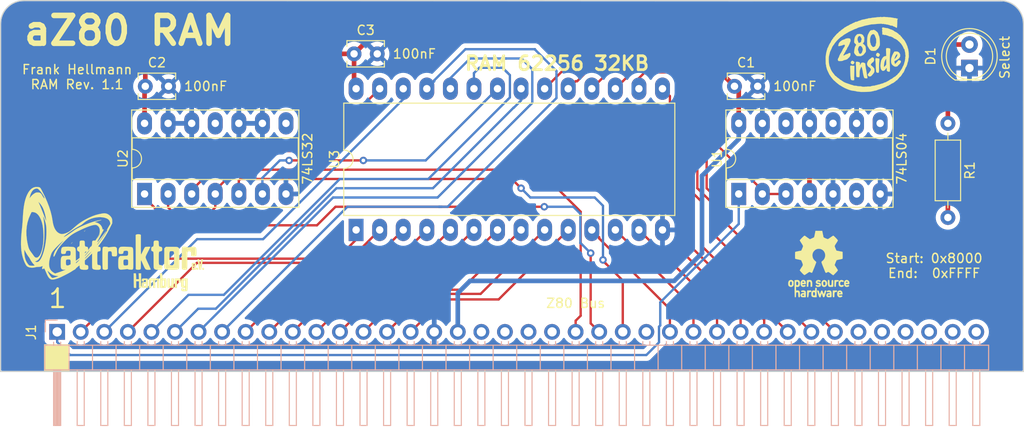
<source format=kicad_pcb>
(kicad_pcb (version 20221018) (generator pcbnew)
  (layers (0 "F.Cu" signal) (31 "B.Cu" signal) (34 "B.Paste" user) (35 "F.Paste" user) (36 "B.SilkS" user "B.Silkscreen") (37 "F.SilkS" user "F.Silkscreen") (38 "B.Mask" user) (39 "F.Mask" user) (44 "Edge.Cuts" user))
  (net 0 "")
  (net 1 "/USR4")
  (net 2 "/USR3")
  (net 3 "/USR2")
  (net 4 "/USR1")
  (net 5 "/RX")
  (net 6 "/TX")
  (net 7 "/D7")
  (net 8 "/D6")
  (net 9 "/D5")
  (net 10 "/D4")
  (net 11 "/D3")
  (net 12 "/D2")
  (net 13 "/D1")
  (net 14 "/D0")
  (net 15 "/IORQ")
  (net 16 "/CLOCK")
  (net 17 "/RESET")
  (net 18 "/M1")
  (net 19 "VCC")
  (net 20 "GND")
  (net 21 "/A0")
  (net 22 "/A1")
  (net 23 "/A2")
  (net 24 "/A3")
  (net 25 "/A4")
  (net 26 "/A5")
  (net 27 "/A6")
  (net 28 "/A7")
  (net 29 "/A8")
  (net 30 "/A9")
  (net 31 "/A10")
  (net 32 "/A11")
  (net 33 "/A12")
  (net 34 "/A13")
  (net 35 "/A14")
  (net 36 "/A15")
  (net 37 "/INT")
  (net 38 "Net-(D1-Pad2)")
  (net 39 "RD")
  (net 40 "WR")
  (net 41 "MREQ")
  (net 42 "Net-(R1-Pad2)")
  (net 43 "Net-(U1-Pad6)")
  (net 44 "Net-(U1-Pad12)")
  (net 45 "Net-(U1-Pad10)")
  (net 46 "Net-(U1-Pad2)")
  (net 47 "Net-(U1-Pad8)")
  (net 48 "Net-(U2-Pad6)")
  (net 49 "Net-(U2-Pad11)")
  (net 50 "Net-(U2-Pad3)")
  (net 51 "Net-(U2-Pad8)")
  (footprint "Backplane:attraktor" (layer "F.Cu") (at 95 100.2)
    (fp_text reference "G***" hide)
    (fp_text value "LOGO" hide)
  )
  (footprint "Backplane:osh_logo" (layer "F.Cu") (at 171.069 102.87)
    (fp_text reference "G***" hide)
    (fp_text value "LOGO" hide)
  )
  (footprint "Backplane:Z80_inside" (layer "F.Cu") (at 176.276 80.01)
    (fp_text reference "G***" hide)
    (fp_text value "LOGO" hide)
  )
  (footprint "Capacitor_THT:C_Disc_D3.8mm_W2.6mm_P2.50mm" (layer "F.Cu") (at 162 83.5)
    (fp_text reference "C1" (at 1.25 -2.55) (layer "F.SilkS"))
    (fp_text value "100nF" (at 6.5 0) (layer "F.SilkS"))
    (pad "1" thru_hole circle (at 0 0) (size 1.6 1.6) (drill 0.8) (layers "*.Cu" "*.Mask") (net 19 "VCC"))
    (pad "2" thru_hole circle (at 2.5 0) (size 1.6 1.6) (drill 0.8) (layers "*.Cu" "*.Mask") (net 20 "GND"))
  )
  (footprint "Capacitor_THT:C_Disc_D3.8mm_W2.6mm_P2.50mm" (layer "F.Cu") (at 98.5 83.5)
    (fp_text reference "C2" (at 1.25 -2.55) (layer "F.SilkS"))
    (fp_text value "100nF" (at 6.5 0) (layer "F.SilkS"))
    (pad "1" thru_hole circle (at 0 0) (size 1.6 1.6) (drill 0.8) (layers "*.Cu" "*.Mask") (net 19 "VCC"))
    (pad "2" thru_hole circle (at 2.5 0) (size 1.6 1.6) (drill 0.8) (layers "*.Cu" "*.Mask") (net 20 "GND"))
  )
  (footprint "Capacitor_THT:C_Disc_D3.8mm_W2.6mm_P2.50mm" (layer "F.Cu") (at 121 80)
    (fp_text reference "C3" (at 1.25 -2.55) (layer "F.SilkS"))
    (fp_text value "100nF" (at 6.5 0) (layer "F.SilkS"))
    (pad "1" thru_hole circle (at 0 0) (size 1.6 1.6) (drill 0.8) (layers "*.Cu" "*.Mask") (net 19 "VCC"))
    (pad "2" thru_hole circle (at 2.5 0) (size 1.6 1.6) (drill 0.8) (layers "*.Cu" "*.Mask") (net 20 "GND"))
  )
  (footprint "LED_THT:LED_D5.0mm" (layer "F.Cu") (at 187.325 81.534 90)
    (fp_text reference "D1" (at 1.27 -4.191 90) (layer "F.SilkS"))
    (fp_text value "Select" (at 1.143 3.81 90) (layer "F.SilkS"))
    (pad "1" thru_hole rect (at 0 0 90) (size 1.8 1.8) (drill 0.9) (layers "*.Cu" "*.Mask") (net 20 "GND"))
    (pad "2" thru_hole circle (at 2.54 0 90) (size 1.8 1.8) (drill 0.9) (layers "*.Cu" "*.Mask") (net 38 "Net-(D1-Pad2)"))
  )
  (footprint "Package_DIP:DIP-14_W7.62mm_Socket_LongPads" (layer "F.Cu") (at 162.46 95.12 90)
    (fp_text reference "U1" (at 3.81 -2.33 90) (layer "F.SilkS"))
    (fp_text value "74LS04" (at 3.81 17.57 90) (layer "F.SilkS"))
    (pad "1" thru_hole rect (at 0 0 90) (size 2.4 1.6) (drill 0.8) (layers "*.Cu" "*.Mask") (net 36 "/A15"))
    (pad "2" thru_hole oval (at 0 2.54 90) (size 2.4 1.6) (drill 0.8) (layers "*.Cu" "*.Mask") (net 46 "Net-(U1-Pad2)"))
    (pad "3" thru_hole oval (at 0 5.08 90) (size 2.4 1.6) (drill 0.8) (layers "*.Cu" "*.Mask") (net 46 "Net-(U1-Pad2)"))
    (pad "4" thru_hole oval (at 0 7.62 90) (size 2.4 1.6) (drill 0.8) (layers "*.Cu" "*.Mask") (net 42 "Net-(R1-Pad2)"))
    (pad "5" thru_hole oval (at 0 10.16 90) (size 2.4 1.6) (drill 0.8) (layers "*.Cu" "*.Mask") (net 20 "GND"))
    (pad "6" thru_hole oval (at 0 12.7 90) (size 2.4 1.6) (drill 0.8) (layers "*.Cu" "*.Mask") (net 43 "Net-(U1-Pad6)"))
    (pad "7" thru_hole oval (at 0 15.24 90) (size 2.4 1.6) (drill 0.8) (layers "*.Cu" "*.Mask") (net 20 "GND"))
    (pad "8" thru_hole oval (at 7.62 15.24 90) (size 2.4 1.6) (drill 0.8) (layers "*.Cu" "*.Mask") (net 47 "Net-(U1-Pad8)"))
    (pad "9" thru_hole oval (at 7.62 12.7 90) (size 2.4 1.6) (drill 0.8) (layers "*.Cu" "*.Mask") (net 20 "GND"))
    (pad "10" thru_hole oval (at 7.62 10.16 90) (size 2.4 1.6) (drill 0.8) (layers "*.Cu" "*.Mask") (net 45 "Net-(U1-Pad10)"))
    (pad "11" thru_hole oval (at 7.62 7.62 90) (size 2.4 1.6) (drill 0.8) (layers "*.Cu" "*.Mask") (net 20 "GND"))
    (pad "12" thru_hole oval (at 7.62 5.08 90) (size 2.4 1.6) (drill 0.8) (layers "*.Cu" "*.Mask") (net 44 "Net-(U1-Pad12)"))
    (pad "13" thru_hole oval (at 7.62 2.54 90) (size 2.4 1.6) (drill 0.8) (layers "*.Cu" "*.Mask") (net 20 "GND"))
    (pad "14" thru_hole oval (at 7.62 0 90) (size 2.4 1.6) (drill 0.8) (layers "*.Cu" "*.Mask") (net 19 "VCC"))
  )
  (footprint "Package_DIP:DIP-14_W7.62mm_Socket_LongPads" (layer "F.Cu") (at 98.42 95.12 90)
    (fp_text reference "U2" (at 3.81 -2.33 90) (layer "F.SilkS"))
    (fp_text value "74LS32" (at 3.81 17.57 90) (layer "F.SilkS"))
    (pad "1" thru_hole rect (at 0 0 90) (size 2.4 1.6) (drill 0.8) (layers "*.Cu" "*.Mask") (net 40 "WR"))
    (pad "2" thru_hole oval (at 0 2.54 90) (size 2.4 1.6) (drill 0.8) (layers "*.Cu" "*.Mask") (net 41 "MREQ"))
    (pad "3" thru_hole oval (at 0 5.08 90) (size 2.4 1.6) (drill 0.8) (layers "*.Cu" "*.Mask") (net 50 "Net-(U2-Pad3)"))
    (pad "4" thru_hole oval (at 0 7.62 90) (size 2.4 1.6) (drill 0.8) (layers "*.Cu" "*.Mask") (net 41 "MREQ"))
    (pad "5" thru_hole oval (at 0 10.16 90) (size 2.4 1.6) (drill 0.8) (layers "*.Cu" "*.Mask") (net 39 "RD"))
    (pad "6" thru_hole oval (at 0 12.7 90) (size 2.4 1.6) (drill 0.8) (layers "*.Cu" "*.Mask") (net 48 "Net-(U2-Pad6)"))
    (pad "7" thru_hole oval (at 0 15.24 90) (size 2.4 1.6) (drill 0.8) (layers "*.Cu" "*.Mask") (net 20 "GND"))
    (pad "8" thru_hole oval (at 7.62 15.24 90) (size 2.4 1.6) (drill 0.8) (layers "*.Cu" "*.Mask") (net 51 "Net-(U2-Pad8)"))
    (pad "9" thru_hole oval (at 7.62 12.7 90) (size 2.4 1.6) (drill 0.8) (layers "*.Cu" "*.Mask") (net 20 "GND"))
    (pad "10" thru_hole oval (at 7.62 10.16 90) (size 2.4 1.6) (drill 0.8) (layers "*.Cu" "*.Mask") (net 20 "GND"))
    (pad "11" thru_hole oval (at 7.62 7.62 90) (size 2.4 1.6) (drill 0.8) (layers "*.Cu" "*.Mask") (net 49 "Net-(U2-Pad11)"))
    (pad "12" thru_hole oval (at 7.62 5.08 90) (size 2.4 1.6) (drill 0.8) (layers "*.Cu" "*.Mask") (net 20 "GND"))
    (pad "13" thru_hole oval (at 7.62 2.54 90) (size 2.4 1.6) (drill 0.8) (layers "*.Cu" "*.Mask") (net 20 "GND"))
    (pad "14" thru_hole oval (at 7.62 0 90) (size 2.4 1.6) (drill 0.8) (layers "*.Cu" "*.Mask") (net 19 "VCC"))
  )
  (footprint "Resistor_THT:R_Axial_DIN0207_L6.3mm_D2.5mm_P10.16mm_Horizontal" (layer "F.Cu") (at 185 87.5 -90)
    (fp_text reference "R1" (at 5.08 -2.37 90) (layer "F.SilkS"))
    (fp_text value "330")
    (pad "1" thru_hole circle (at 0 0 270) (size 1.6 1.6) (drill 0.8) (layers "*.Cu" "*.Mask") (net 38 "Net-(D1-Pad2)"))
    (pad "2" thru_hole oval (at 10.16 0 270) (size 1.6 1.6) (drill 0.8) (layers "*.Cu" "*.Mask") (net 42 "Net-(R1-Pad2)"))
  )
  (footprint "Package_DIP:DIP-28_W15.24mm_LongPads" (layer "F.Cu") (at 121.22 99 90)
    (fp_text reference "U3" (at 7.62 -2.33 90) (layer "F.SilkS"))
    (fp_text value "RAM 62256 32KB" (at 17.974 21.655 180) (layer "F.SilkS") (effects (font (size 1.5 1.5) (thickness 0.3))))
    (pad "1" thru_hole rect (at 0 0 90) (size 2.4 1.6) (drill 0.8) (layers "*.Cu" "*.Mask") (net 35 "/A14"))
    (pad "2" thru_hole oval (at 0 2.54 90) (size 2.4 1.6) (drill 0.8) (layers "*.Cu" "*.Mask") (net 33 "/A12"))
    (pad "3" thru_hole oval (at 0 5.08 90) (size 2.4 1.6) (drill 0.8) (layers "*.Cu" "*.Mask") (net 28 "/A7"))
    (pad "4" thru_hole oval (at 0 7.62 90) (size 2.4 1.6) (drill 0.8) (layers "*.Cu" "*.Mask") (net 27 "/A6"))
    (pad "5" thru_hole oval (at 0 10.16 90) (size 2.4 1.6) (drill 0.8) (layers "*.Cu" "*.Mask") (net 26 "/A5"))
    (pad "6" thru_hole oval (at 0 12.7 90) (size 2.4 1.6) (drill 0.8) (layers "*.Cu" "*.Mask") (net 25 "/A4"))
    (pad "7" thru_hole oval (at 0 15.24 90) (size 2.4 1.6) (drill 0.8) (layers "*.Cu" "*.Mask") (net 24 "/A3"))
    (pad "8" thru_hole oval (at 0 17.78 90) (size 2.4 1.6) (drill 0.8) (layers "*.Cu" "*.Mask") (net 23 "/A2"))
    (pad "9" thru_hole oval (at 0 20.32 90) (size 2.4 1.6) (drill 0.8) (layers "*.Cu" "*.Mask") (net 22 "/A1"))
    (pad "10" thru_hole oval (at 0 22.86 90) (size 2.4 1.6) (drill 0.8) (layers "*.Cu" "*.Mask") (net 21 "/A0"))
    (pad "11" thru_hole oval (at 0 25.4 90) (size 2.4 1.6) (drill 0.8) (layers "*.Cu" "*.Mask") (net 14 "/D0"))
    (pad "12" thru_hole oval (at 0 27.94 90) (size 2.4 1.6) (drill 0.8) (layers "*.Cu" "*.Mask") (net 13 "/D1"))
    (pad "13" thru_hole oval (at 0 30.48 90) (size 2.4 1.6) (drill 0.8) (layers "*.Cu" "*.Mask") (net 12 "/D2"))
    (pad "14" thru_hole oval (at 0 33.02 90) (size 2.4 1.6) (drill 0.8) (layers "*.Cu" "*.Mask") (net 20 "GND"))
    (pad "15" thru_hole oval (at 15.24 33.02 90) (size 2.4 1.6) (drill 0.8) (layers "*.Cu" "*.Mask") (net 11 "/D3"))
    (pad "16" thru_hole oval (at 15.24 30.48 90) (size 2.4 1.6) (drill 0.8) (layers "*.Cu" "*.Mask") (net 10 "/D4"))
    (pad "17" thru_hole oval (at 15.24 27.94 90) (size 2.4 1.6) (drill 0.8) (layers "*.Cu" "*.Mask") (net 9 "/D5"))
    (pad "18" thru_hole oval (at 15.24 25.4 90) (size 2.4 1.6) (drill 0.8) (layers "*.Cu" "*.Mask") (net 8 "/D6"))
    (pad "19" thru_hole oval (at 15.24 22.86 90) (size 2.4 1.6) (drill 0.8) (layers "*.Cu" "*.Mask") (net 7 "/D7"))
    (pad "20" thru_hole oval (at 15.24 20.32 90) (size 2.4 1.6) (drill 0.8) (layers "*.Cu" "*.Mask") (net 46 "Net-(U1-Pad2)"))
    (pad "21" thru_hole oval (at 15.24 17.78 90) (size 2.4 1.6) (drill 0.8) (layers "*.Cu" "*.Mask") (net 31 "/A10"))
    (pad "22" thru_hole oval (at 15.24 15.24 90) (size 2.4 1.6) (drill 0.8) (layers "*.Cu" "*.Mask") (net 48 "Net-(U2-Pad6)"))
    (pad "23" thru_hole oval (at 15.24 12.7 90) (size 2.4 1.6) (drill 0.8) (layers "*.Cu" "*.Mask") (net 32 "/A11"))
    (pad "24" thru_hole oval (at 15.24 10.16 90) (size 2.4 1.6) (drill 0.8) (layers "*.Cu" "*.Mask") (net 30 "/A9"))
    (pad "25" thru_hole oval (at 15.24 7.62 90) (size 2.4 1.6) (drill 0.8) (layers "*.Cu" "*.Mask") (net 29 "/A8"))
    (pad "26" thru_hole oval (at 15.24 5.08 90) (size 2.4 1.6) (drill 0.8) (layers "*.Cu" "*.Mask") (net 34 "/A13"))
    (pad "27" thru_hole oval (at 15.24 2.54 90) (size 2.4 1.6) (drill 0.8) (layers "*.Cu" "*.Mask") (net 50 "Net-(U2-Pad3)"))
    (pad "28" thru_hole oval (at 15.24 0 90) (size 2.4 1.6) (drill 0.8) (layers "*.Cu" "*.Mask") (net 19 "VCC"))
  )
  (footprint "Connector_PinHeader_2.54mm:PinHeader_1x40_P2.54mm_Horizontal" (layer "B.Cu") (at 89 110 -90)
    (fp_text reference "J1" (at 0.05 2.8 90) (layer "F.SilkS"))
    (fp_text value "Z80 Bus" (at -3.09 -55.88) (layer "F.SilkS"))
    (pad "1" thru_hole rect (at 0 0 270) (size 1.7 1.7) (drill 1) (layers "*.Cu" "*.Mask") (net 36 "/A15"))
    (pad "2" thru_hole oval (at 0 -2.54 270) (size 1.7 1.7) (drill 1) (layers "*.Cu" "*.Mask") (net 35 "/A14"))
    (pad "3" thru_hole oval (at 0 -5.08 270) (size 1.7 1.7) (drill 1) (layers "*.Cu" "*.Mask") (net 34 "/A13"))
    (pad "4" thru_hole oval (at 0 -7.62 270) (size 1.7 1.7) (drill 1) (layers "*.Cu" "*.Mask") (net 33 "/A12"))
    (pad "5" thru_hole oval (at 0 -10.16 270) (size 1.7 1.7) (drill 1) (layers "*.Cu" "*.Mask") (net 32 "/A11"))
    (pad "6" thru_hole oval (at 0 -12.7 270) (size 1.7 1.7) (drill 1) (layers "*.Cu" "*.Mask") (net 31 "/A10"))
    (pad "7" thru_hole oval (at 0 -15.24 270) (size 1.7 1.7) (drill 1) (layers "*.Cu" "*.Mask") (net 30 "/A9"))
    (pad "8" thru_hole oval (at 0 -17.78 270) (size 1.7 1.7) (drill 1) (layers "*.Cu" "*.Mask") (net 29 "/A8"))
    (pad "9" thru_hole oval (at 0 -20.32 270) (size 1.7 1.7) (drill 1) (layers "*.Cu" "*.Mask") (net 28 "/A7"))
    (pad "10" thru_hole oval (at 0 -22.86 270) (size 1.7 1.7) (drill 1) (layers "*.Cu" "*.Mask") (net 27 "/A6"))
    (pad "11" thru_hole oval (at 0 -25.4 270) (size 1.7 1.7) (drill 1) (layers "*.Cu" "*.Mask") (net 26 "/A5"))
    (pad "12" thru_hole oval (at 0 -27.94 270) (size 1.7 1.7) (drill 1) (layers "*.Cu" "*.Mask") (net 25 "/A4"))
    (pad "13" thru_hole oval (at 0 -30.48 270) (size 1.7 1.7) (drill 1) (layers "*.Cu" "*.Mask") (net 24 "/A3"))
    (pad "14" thru_hole oval (at 0 -33.02 270) (size 1.7 1.7) (drill 1) (layers "*.Cu" "*.Mask") (net 23 "/A2"))
    (pad "15" thru_hole oval (at 0 -35.56 270) (size 1.7 1.7) (drill 1) (layers "*.Cu" "*.Mask") (net 22 "/A1"))
    (pad "16" thru_hole oval (at 0 -38.1 270) (size 1.7 1.7) (drill 1) (layers "*.Cu" "*.Mask") (net 21 "/A0"))
    (pad "17" thru_hole oval (at 0 -40.64 270) (size 1.7 1.7) (drill 1) (layers "*.Cu" "*.Mask") (net 20 "GND"))
    (pad "18" thru_hole oval (at 0 -43.18 270) (size 1.7 1.7) (drill 1) (layers "*.Cu" "*.Mask") (net 19 "VCC"))
    (pad "19" thru_hole oval (at 0 -45.72 270) (size 1.7 1.7) (drill 1) (layers "*.Cu" "*.Mask") (net 18 "/M1"))
    (pad "20" thru_hole oval (at 0 -48.26 270) (size 1.7 1.7) (drill 1) (layers "*.Cu" "*.Mask") (net 17 "/RESET"))
    (pad "21" thru_hole oval (at 0 -50.8 270) (size 1.7 1.7) (drill 1) (layers "*.Cu" "*.Mask") (net 16 "/CLOCK"))
    (pad "22" thru_hole oval (at 0 -53.34 270) (size 1.7 1.7) (drill 1) (layers "*.Cu" "*.Mask") (net 37 "/INT"))
    (pad "23" thru_hole oval (at 0 -55.88 270) (size 1.7 1.7) (drill 1) (layers "*.Cu" "*.Mask") (net 41 "MREQ"))
    (pad "24" thru_hole oval (at 0 -58.42 270) (size 1.7 1.7) (drill 1) (layers "*.Cu" "*.Mask") (net 40 "WR"))
    (pad "25" thru_hole oval (at 0 -60.96 270) (size 1.7 1.7) (drill 1) (layers "*.Cu" "*.Mask") (net 39 "RD"))
    (pad "26" thru_hole oval (at 0 -63.5 270) (size 1.7 1.7) (drill 1) (layers "*.Cu" "*.Mask") (net 15 "/IORQ"))
    (pad "27" thru_hole oval (at 0 -66.04 270) (size 1.7 1.7) (drill 1) (layers "*.Cu" "*.Mask") (net 14 "/D0"))
    (pad "28" thru_hole oval (at 0 -68.58 270) (size 1.7 1.7) (drill 1) (layers "*.Cu" "*.Mask") (net 13 "/D1"))
    (pad "29" thru_hole oval (at 0 -71.12 270) (size 1.7 1.7) (drill 1) (layers "*.Cu" "*.Mask") (net 12 "/D2"))
    (pad "30" thru_hole oval (at 0 -73.66 270) (size 1.7 1.7) (drill 1) (layers "*.Cu" "*.Mask") (net 11 "/D3"))
    (pad "31" thru_hole oval (at 0 -76.2 270) (size 1.7 1.7) (drill 1) (layers "*.Cu" "*.Mask") (net 10 "/D4"))
    (pad "32" thru_hole oval (at 0 -78.74 270) (size 1.7 1.7) (drill 1) (layers "*.Cu" "*.Mask") (net 9 "/D5"))
    (pad "33" thru_hole oval (at 0 -81.28 270) (size 1.7 1.7) (drill 1) (layers "*.Cu" "*.Mask") (net 8 "/D6"))
    (pad "34" thru_hole oval (at 0 -83.82 270) (size 1.7 1.7) (drill 1) (layers "*.Cu" "*.Mask") (net 7 "/D7"))
    (pad "35" thru_hole oval (at 0 -86.36 270) (size 1.7 1.7) (drill 1) (layers "*.Cu" "*.Mask") (net 6 "/TX"))
    (pad "36" thru_hole oval (at 0 -88.9 270) (size 1.7 1.7) (drill 1) (layers "*.Cu" "*.Mask") (net 5 "/RX"))
    (pad "37" thru_hole oval (at 0 -91.44 270) (size 1.7 1.7) (drill 1) (layers "*.Cu" "*.Mask") (net 4 "/USR1"))
    (pad "38" thru_hole oval (at 0 -93.98 270) (size 1.7 1.7) (drill 1) (layers "*.Cu" "*.Mask") (net 3 "/USR2"))
    (pad "39" thru_hole oval (at 0 -96.52 270) (size 1.7 1.7) (drill 1) (layers "*.Cu" "*.Mask") (net 2 "/USR3"))
    (pad "40" thru_hole oval (at 0 -99.06 270) (size 1.7 1.7) (drill 1) (layers "*.Cu" "*.Mask") (net 1 "/USR4"))
  )
  (gr_poly (pts (xy 87.63 111.379) (xy 90.297 111.379) (xy 90.297 114.173) (xy 87.63 114.173)) (stroke (width 0.1)) (fill solid) (layer "F.SilkS"))
  (gr_arc (start 82.9 76.75) (mid 83.632233 74.982233) (end 85.4 74.25) (stroke (width 0.12)) (layer "Edge.Cuts"))
  (gr_arc (start 190.66 74.26) (mid 192.420696 74.989304) (end 193.15 76.75) (stroke (width 0.12)) (layer "Edge.Cuts"))
  (gr_line (start 85.4 74.25) (end 190.66 74.26) (stroke (width 0.12)) (layer "Edge.Cuts"))
  (gr_line (start 193.15 76.75) (end 193.14 114.276) (stroke (width 0.12)) (layer "Edge.Cuts"))
  (gr_line (start 193.14 114.276) (end 82.904 114.276) (stroke (width 0.12)) (layer "Edge.Cuts"))
  (gr_line (start 82.9 114.276) (end 82.9 76.75) (stroke (width 0.12)) (layer "Edge.Cuts"))
  (gr_text "Frank Hellmann\nRAM Rev. 1.1" (at 91.15 82.5) (layer "F.SilkS") (effects (font (size 1 1))))
  (gr_text "Start: 0x8000\nEnd:  0xFFFF" (at 183.515 102.87) (layer "F.SilkS") (effects (font (size 1 1))))
  (gr_text "aZ80 RAM" (at 96.8 77.5) (layer "F.SilkS") (effects (font (size 3 3) (thickness 0.6))))
  (gr_text "1" (at 89.05 106.4) (layer "F.SilkS") (effects (font (size 2 2) (thickness 0.25))))
  (segment (start 182.98 109.45) (end 182.98 110) (width 0.5) (layer "F.Cu") (net 3))
  (segment (start 145.039999 82.960001) (end 147.450009 80.549991) (width 0.25) (layer "F.Cu") (net 7))
  (segment (start 159 94.5) (end 160.5 96) (width 0.25) (layer "F.Cu") (net 7))
  (segment (start 160.5 96) (end 160.5 97.68) (width 0.25) (layer "F.Cu") (net 7))
  (segment (start 144.08 83.76) (end 144.879999 82.960001) (width 0.25) (layer "F.Cu") (net 7))
  (segment (start 160.5 97.68) (end 172.82 110) (width 0.25) (layer "F.Cu") (net 7))
  (segment (start 159 84) (end 159 94.5) (width 0.25) (layer "F.Cu") (net 7))
  (segment (start 155.549991 80.549991) (end 159 84) (width 0.25) (layer "F.Cu") (net 7))
  (segment (start 144.879999 82.960001) (end 145.039999 82.960001) (width 0.25) (layer "F.Cu") (net 7))
  (segment (start 147.450009 80.549991) (end 155.549991 80.549991) (width 0.25) (layer "F.Cu") (net 7))
  (segment (start 159.5 99.22) (end 170.28 110) (width 0.25) (layer "F.Cu") (net 8))
  (segment (start 159.5 96) (end 159.5 99.22) (width 0.25) (layer "F.Cu") (net 8))
  (segment (start 158 83.72718) (end 158 94.5) (width 0.25) (layer "F.Cu") (net 8))
  (segment (start 149.38 81) (end 155.27282 81) (width 0.25) (layer "F.Cu") (net 8))
  (segment (start 155.27282 81) (end 158 83.72718) (width 0.25) (layer "F.Cu") (net 8))
  (segment (start 146.62 83.76) (end 149.38 81) (width 0.25) (layer "F.Cu") (net 8))
  (segment (start 158 94.5) (end 159.5 96) (width 0.25) (layer "F.Cu") (net 8))
  (segment (start 151.42 81.5) (end 155.13641 81.5) (width 0.25) (layer "F.Cu") (net 9))
  (segment (start 158.5 100.76) (end 167.74 110) (width 0.25) (layer "F.Cu") (net 9))
  (segment (start 157 83.36359) (end 157 94.5) (width 0.25) (layer "F.Cu") (net 9))
  (segment (start 155.13641 81.5) (end 157 83.36359) (width 0.25) (layer "F.Cu") (net 9))
  (segment (start 157 94.5) (end 158.5 96) (width 0.25) (layer "F.Cu") (net 9))
  (segment (start 158.5 96) (end 158.5 100.76) (width 0.25) (layer "F.Cu") (net 9))
  (segment (start 149.16 83.76) (end 151.42 81.5) (width 0.25) (layer "F.Cu") (net 9))
  (segment (start 152.32863 82) (end 155 82) (width 0.25) (layer "F.Cu") (net 10))
  (segment (start 156 94.5) (end 157.5 96) (width 0.25) (layer "F.Cu") (net 10))
  (segment (start 151.7 83.76) (end 151.7 82.62863) (width 0.25) (layer "F.Cu") (net 10))
  (segment (start 155 82) (end 156 83) (width 0.25) (layer "F.Cu") (net 10))
  (segment (start 151.7 82.62863) (end 152.32863 82) (width 0.25) (layer "F.Cu") (net 10))
  (segment (start 156 83) (end 156 94.5) (width 0.25) (layer "F.Cu") (net 10))
  (segment (start 157.5 101) (end 165.2 108.7) (width 0.25) (layer "F.Cu") (net 10))
  (segment (start 165.2 108.7) (end 165.2 110) (width 0.25) (layer "F.Cu") (net 10))
  (segment (start 157.5 96) (end 157.5 101) (width 0.25) (layer "F.Cu") (net 10))
  (segment (start 155.039999 84.559999) (end 155.039999 94.539999) (width 0.25) (layer "F.Cu") (net 11))
  (segment (start 154.24 83.76) (end 155.039999 84.559999) (width 0.25) (layer "F.Cu") (net 11))
  (segment (start 162.66 107.66) (end 162.66 110) (width 0.25) (layer "F.Cu") (net 11))
  (segment (start 156.5 96) (end 156.5 101.5) (width 0.25) (layer "F.Cu") (net 11))
  (segment (start 156.5 101.5) (end 162.66 107.66) (width 0.25) (layer "F.Cu") (net 11))
  (segment (start 155.039999 94.539999) (end 156.5 96) (width 0.25) (layer "F.Cu") (net 11))
  (segment (start 160.12 107.42) (end 160.12 110) (width 0.25) (layer "F.Cu") (net 12))
  (segment (start 151.7 99) (end 160.12 107.42) (width 0.25) (layer "F.Cu") (net 12))
  (segment (start 157.58 107.42) (end 157.58 110) (width 0.25) (layer "F.Cu") (net 13))
  (segment (start 149.16 99) (end 157.58 107.42) (width 0.25) (layer "F.Cu") (net 13))
  (segment (start 147.419999 99.799999) (end 147.419999 99.919999) (width 0.25) (layer "F.Cu") (net 14))
  (segment (start 146.62 99) (end 147.419999 99.799999) (width 0.25) (layer "F.Cu") (net 14))
  (segment (start 155.04 107.54) (end 155.04 110) (width 0.25) (layer "F.Cu") (net 14))
  (segment (start 147.419999 99.919999) (end 155.04 107.54) (width 0.25) (layer "F.Cu") (net 14))
  (segment (start 121 80) (end 121 83.54) (width 0.5) (layer "F.Cu") (net 19))
  (segment (start 98.5 83.5) (end 98.5 82.094) (width 0.5) (layer "F.Cu") (net 19))
  (segment (start 156.097 77.597) (end 123.403 77.597) (width 0.5) (layer "F.Cu") (net 19))
  (segment (start 98.42 83.58) (end 98.5 83.5) (width 0.5) (layer "F.Cu") (net 19))
  (segment (start 162.46 87.5) (end 162.46 83.96) (width 0.5) (layer "F.Cu") (net 19))
  (segment (start 162.46 83.96) (end 162 83.5) (width 0.5) (layer "F.Cu") (net 19))
  (segment (start 121 83.54) (end 121.22 83.76) (width 0.5) (layer "F.Cu") (net 19))
  (segment (start 123.403 77.597) (end 121 80) (width 0.5) (layer "F.Cu") (net 19))
  (segment (start 100.594 80) (end 121 80) (width 0.5) (layer "F.Cu") (net 19))
  (segment (start 98.5 82.094) (end 100.594 80) (width 0.5) (layer "F.Cu") (net 19))
  (segment (start 162 83.5) (end 156.097 77.597) (width 0.5) (layer "F.Cu") (net 19))
  (segment (start 98.42 87.5) (end 98.42 83.58) (width 0.5) (layer "F.Cu") (net 19))
  (segment (start 158.5 101.5) (end 158.5 93.16) (width 0.5) (layer "B.Cu") (net 19))
  (segment (start 158.5 93.16) (end 162.46 89.2) (width 0.5) (layer "B.Cu") (net 19))
  (segment (start 162.46 89.2) (end 162.46 87.5) (width 0.5) (layer "B.Cu") (net 19))
  (segment (start 132.18 105.82) (end 133.5 104.5) (width 0.5) (layer "B.Cu") (net 19))
  (segment (start 133.5 104.5) (end 155.5 104.5) (width 0.5) (layer "B.Cu") (net 19))
  (segment (start 155.5 104.5) (end 158.5 101.5) (width 0.5) (layer "B.Cu") (net 19))
  (segment (start 98.5 87.42) (end 98.42 87.5) (width 0.5) (layer "B.Cu") (net 19))
  (segment (start 132.18 110) (end 132.18 105.82) (width 0.5) (layer "B.Cu") (net 19))
  (segment (start 121 83.54) (end 121.22 83.76) (width 0.5) (layer "B.Cu") (net 19))
  (segment (start 130.6 106.5) (end 127.1 110) (width 0.25) (layer "F.Cu") (net 21))
  (segment (start 144.08 99) (end 136.58 106.5) (width 0.25) (layer "F.Cu") (net 21))
  (segment (start 136.58 106.5) (end 130.6 106.5) (width 0.25) (layer "F.Cu") (net 21))
  (segment (start 125.409999 109.150001) (end 124.56 110) (width 0.25) (layer "F.Cu") (net 22))
  (segment (start 141.54 99) (end 134.63998 105.90002) (width 0.25) (layer "F.Cu") (net 22))
  (segment (start 128.65998 105.90002) (end 125.409999 109.150001) (width 0.25) (layer "F.Cu") (net 22))
  (segment (start 134.63998 105.90002) (end 128.65998 105.90002) (width 0.25) (layer "F.Cu") (net 22))
  (segment (start 139 99) (end 132.54999 105.45001) (width 0.25) (layer "F.Cu") (net 23))
  (segment (start 126.54999 105.47001) (end 122.02 110) (width 0.25) (layer "F.Cu") (net 23))
  (segment (start 126.54999 105.45001) (end 126.54999 105.47001) (width 0.25) (layer "F.Cu") (net 23))
  (segment (start 132.54999 105.45001) (end 126.54999 105.45001) (width 0.25) (layer "F.Cu") (net 23))
  (segment (start 136.46 99) (end 130.46 105) (width 0.25) (layer "F.Cu") (net 24))
  (segment (start 130.46 105) (end 124.48 105) (width 0.25) (layer "F.Cu") (net 24))
  (segment (start 124.48 105) (end 119.48 110) (width 0.25) (layer "F.Cu") (net 24))
  (segment (start 133.92 99) (end 128.46999 104.45001) (width 0.25) (layer "F.Cu") (net 25))
  (segment (start 128.46999 104.45001) (end 122.48999 104.45001) (width 0.25) (layer "F.Cu") (net 25))
  (segment (start 122.48999 104.45001) (end 116.94 110) (width 0.25) (layer "F.Cu") (net 25))
  (segment (start 120.4 104) (end 114.4 110) (width 0.25) (layer "F.Cu") (net 26))
  (segment (start 131.38 99) (end 126.38 104) (width 0.25) (layer "F.Cu") (net 26))
  (segment (start 126.38 104) (end 120.4 104) (width 0.25) (layer "F.Cu") (net 26))
  (segment (start 124.34 103.5) (end 118.36 103.5) (width 0.25) (layer "F.Cu") (net 27))
  (segment (start 118.36 103.5) (end 111.86 110) (width 0.25) (layer "F.Cu") (net 27))
  (segment (start 128.84 99) (end 124.34 103.5) (width 0.25) (layer "F.Cu") (net 27))
  (segment (start 122.3 103) (end 116.32 103) (width 0.25) (layer "F.Cu") (net 28))
  (segment (start 126.3 99) (end 122.3 103) (width 0.25) (layer "F.Cu") (net 28))
  (segment (start 116.32 103) (end 109.32 110) (width 0.25) (layer "F.Cu") (net 28))
  (segment (start 140.5 79.5) (end 140.5 79.54) (width 0.25) (layer "B.Cu") (net 29))
  (segment (start 130.155 96.5) (end 120.28 96.5) (width 0.25) (layer "B.Cu") (net 29))
  (segment (start 133 79.5) (end 140.5 79.5) (width 0.25) (layer "B.Cu") (net 29))
  (segment (start 140.5 79.54) (end 142.81417 81.85417) (width 0.25) (layer "B.Cu") (net 29))
  (segment (start 120.28 96.5) (end 106.78 110) (width 0.25) (layer "B.Cu") (net 29))
  (segment (start 130.465002 96.5) (end 130.155 96.5) (width 0.25) (layer "B.Cu") (net 29))
  (segment (start 129.639999 82.960001) (end 129.639999 82.860001) (width 0.25) (layer "B.Cu") (net 29))
  (segment (start 142.81417 81.85417) (end 142.81417 84.76983) (width 0.25) (layer "B.Cu") (net 29))
  (segment (start 142.81417 84.76983) (end 131.084 96.5) (width 0.25) (layer "B.Cu") (net 29))
  (segment (start 129.639999 82.860001) (end 133 79.5) (width 0.25) (layer "B.Cu") (net 29))
  (segment (start 128.84 83.76) (end 129.639999 82.960001) (width 0.25) (layer "B.Cu") (net 29))
  (segment (start 131.084 96.5) (end 130.155 96.5) (width 0.25) (layer "B.Cu") (net 29))
  (segment (start 131.38 83.76) (end 131.38 82.62) (width 0.25) (layer "B.Cu") (net 30))
  (segment (start 140.125001 85.356584) (end 140.208 85.273585) (width 0.25) (layer "B.Cu") (net 30))
  (segment (start 118.74 95.5) (end 104.24 110) (width 0.25) (layer "B.Cu") (net 30))
  (segment (start 140.125001 85.374999) (end 130 95.5) (width 0.25) (layer "B.Cu") (net 30))
  (segment (start 140.208 85.273585) (end 140.208 81.661) (width 0.25) (layer "B.Cu") (net 30))
  (segment (start 140.125001 85.374999) (end 140.125001 85.356584) (width 0.25) (layer "B.Cu") (net 30))
  (segment (start 137.142 80.5) (end 137.405002 80.5) (width 0.25) (layer "B.Cu") (net 30))
  (segment (start 131.38 82.62) (end 133.5 80.5) (width 0.25) (layer "B.Cu") (net 30))
  (segment (start 133.5 80.5) (end 137.142 80.5) (width 0.25) (layer "B.Cu") (net 30))
  (segment (start 140.208 81.661) (end 139.047 80.5) (width 0.25) (layer "B.Cu") (net 30))
  (segment (start 139.047 80.5) (end 137.142 80.5) (width 0.25) (layer "B.Cu") (net 30))
  (segment (start 130 95.5) (end 118.74 95.5) (width 0.25) (layer "B.Cu") (net 30))
  (segment (start 138.228001 85.799999) (end 139 85.028) (width 0.25) (layer "B.Cu") (net 31))
  (segment (start 129.5 94.5) (end 138.200001 85.799999) (width 0.25) (layer "B.Cu") (net 31))
  (segment (start 101.7 110) (end 104.2 107.5) (width 0.25) (layer "B.Cu") (net 31))
  (segment (start 139 85.028) (end 139 83.76) (width 0.25) (layer "B.Cu") (net 31))
  (segment (start 106.10359 107.5) (end 119.10359 94.5) (width 0.25) (layer "B.Cu") (net 31))
  (segment (start 138.200001 85.799999) (end 138.228001 85.799999) (width 0.25) (layer "B.Cu") (net 31))
  (segment (start 104.2 107.5) (end 106.10359 107.5) (width 0.25) (layer "B.Cu") (net 31))
  (segment (start 119.10359 94.5) (end 129.5 94.5) (width 0.25) (layer "B.Cu") (net 31))
  (segment (start 137.4145 81.9145) (end 137.585001 82.085001) (width 0.25) (layer "B.Cu") (net 32))
  (segment (start 137.795 84.709) (end 137.795 82.295) (width 0.25) (layer "B.Cu") (net 32))
  (segment (start 137.589001 84.914999) (end 137.795 84.709) (width 0.25) (layer "B.Cu") (net 32))
  (segment (start 133.92 83.76) (end 133.92 82.08) (width 0.25) (layer "B.Cu") (net 32))
  (segment (start 133.92 82.08) (end 134.5 81.5) (width 0.25) (layer "B.Cu") (net 32))
  (segment (start 129 93.5) (end 119.46718 93.5) (width 0.25) (layer "B.Cu") (net 32))
  (segment (start 137.585001 84.914999) (end 129 93.5) (width 0.25) (layer "B.Cu") (net 32))
  (segment (start 137.795 82.295) (end 137.4145 81.9145) (width 0.25) (layer "B.Cu") (net 32))
  (segment (start 106.96718 106) (end 103.16 106) (width 0.25) (layer "B.Cu") (net 32))
  (segment (start 103.16 106) (end 99.16 110) (width 0.25) (layer "B.Cu") (net 32))
  (segment (start 137 81.5) (end 137.4145 81.9145) (width 0.25) (layer "B.Cu") (net 32))
  (segment (start 134.5 81.5) (end 137 81.5) (width 0.25) (layer "B.Cu") (net 32))
  (segment (start 119.46718 93.5) (end 106.96718 106) (width 0.25) (layer "B.Cu") (net 32))
  (segment (start 137.585001 84.914999) (end 137.589001 84.914999) (width 0.25) (layer "B.Cu") (net 32))
  (segment (start 123.76 99) (end 120.21001 102.54999) (width 0.25) (layer "F.Cu") (net 33))
  (segment (start 97.469999 109.150001) (end 96.62 110) (width 0.25) (layer "F.Cu") (net 33))
  (segment (start 120.21001 102.54999) (end 104.07001 102.54999) (width 0.25) (layer "F.Cu") (net 33))
  (segment (start 104.07001 102.54999) (end 97.469999 109.150001) (width 0.25) (layer "F.Cu") (net 33))
  (segment (start 126.3 84.89137) (end 111.19137 100) (width 0.25) (layer "B.Cu") (net 34))
  (segment (start 111.19137 100) (end 104.08 100) (width 0.25) (layer "B.Cu") (net 34))
  (segment (start 104.08 100) (end 94.08 110) (width 0.25) (layer "B.Cu") (net 34))
  (segment (start 126.3 83.76) (end 126.3 84.89137) (width 0.25) (layer "B.Cu") (net 34))
  (segment (start 121.22 99) (end 121.22 100.05) (width 0.25) (layer "F.Cu") (net 35))
  (segment (start 92.389999 109.150001) (end 91.54 110) (width 0.25) (layer "F.Cu") (net 35))
  (segment (start 99.44002 102.09998) (end 92.389999 109.150001) (width 0.25) (layer "F.Cu") (net 35))
  (segment (start 121.22 100.05) (end 119.17002 102.09998) (width 0.25) (layer "F.Cu") (net 35))
  (segment (start 119.17002 102.09998) (end 99.44002 102.09998) (width 0.25) (layer "F.Cu") (net 35))
  (segment (start 152.5 112.5) (end 90.4 112.5) (width 0.25) (layer "B.Cu") (net 36))
  (segment (start 90.4 112.5) (end 89 111.1) (width 0.25) (layer "B.Cu") (net 36))
  (segment (start 154 106.813186) (end 154 109.300998) (width 0.25) (layer "B.Cu") (net 36))
  (segment (start 153.864999 109.435999) (end 153.864999 111.135001) (width 0.25) (layer "B.Cu") (net 36))
  (segment (start 153.864999 111.135001) (end 152.5 112.5) (width 0.25) (layer "B.Cu") (net 36))
  (segment (start 162.46 95.12) (end 162.46 98.353186) (width 0.25) (layer "B.Cu") (net 36))
  (segment (start 89 111.1) (end 89 110) (width 0.25) (layer "B.Cu") (net 36))
  (segment (start 154 109.300998) (end 153.864999 109.435999) (width 0.25) (layer "B.Cu") (net 36))
  (segment (start 162.46 98.353186) (end 154 106.813186) (width 0.25) (layer "B.Cu") (net 36))
  (segment (start 187.325 78.994) (end 185.674 78.994) (width 0.5) (layer "F.Cu") (net 38))
  (segment (start 185 79.668) (end 185 87.5) (width 0.5) (layer "F.Cu") (net 38))
  (segment (start 185.674 78.994) (end 185 79.668) (width 0.5) (layer "F.Cu") (net 38))
  (segment (start 147.828 102.235) (end 147.828 102.328) (width 0.25) (layer "F.Cu") (net 39))
  (segment (start 108.75 93.5) (end 138 93.5) (width 0.25) (layer "F.Cu") (net 39))
  (segment (start 148.1625 102.6625) (end 149.96 104.46) (width 0.25) (layer "F.Cu") (net 39))
  (segment (start 108.58 95.12) (end 108.58 93.67) (width 0.25) (layer "F.Cu") (net 39))
  (segment (start 108.58 93.67) (end 108.75 93.5) (width 0.25) (layer "F.Cu") (net 39))
  (segment (start 149.96 104.46) (end 149.96 110) (width 0.25) (layer "F.Cu") (net 39))
  (segment (start 138 93.5) (end 139 94.5) (width 0.25) (layer "F.Cu") (net 39))
  (segment (start 148 102.5) (end 148.1625 102.6625) (width 0.25) (layer "F.Cu") (net 39))
  (segment (start 147.828 102.328) (end 148.1625 102.6625) (width 0.25) (layer "F.Cu") (net 39))
  (via (at 139 94.5) (size 0.8) (drill 0.4) (layers "F.Cu" "B.Cu") (net 39))
  (via (at 147.828 102.235) (size 0.8) (drill 0.4) (layers "F.Cu" "B.Cu") (net 39))
  (segment (start 139 94.5) (end 140 95.5) (width 0.25) (layer "B.Cu") (net 39))
  (segment (start 140 95.5) (end 146.5 95.5) (width 0.25) (layer "B.Cu") (net 39))
  (segment (start 147.828 96.393) (end 147.828 101.854) (width 0.25) (layer "B.Cu") (net 39))
  (segment (start 146.5 95.5) (end 146.935 95.5) (width 0.25) (layer "B.Cu") (net 39))
  (segment (start 147.828 101.854) (end 147.828 102.235) (width 0.25) (layer "B.Cu") (net 39))
  (segment (start 146.935 95.5) (end 147.828 96.393) (width 0.25) (layer "B.Cu") (net 39))
  (segment (start 101.4 98.5) (end 117 98.5) (width 0.25) (layer "F.Cu") (net 40))
  (segment (start 117 98.5) (end 119 96.5) (width 0.25) (layer "F.Cu") (net 40))
  (segment (start 146.5 109.08) (end 147.42 110) (width 0.25) (layer "F.Cu") (net 40))
  (segment (start 98.42 95.12) (end 98.42 95.52) (width 0.25) (layer "F.Cu") (net 40))
  (segment (start 146.5 101.5) (end 146.5 109.08) (width 0.25) (layer "F.Cu") (net 40))
  (segment (start 119 96.5) (end 141.5 96.5) (width 0.25) (layer "F.Cu") (net 40))
  (segment (start 98.42 95.52) (end 101.4 98.5) (width 0.25) (layer "F.Cu") (net 40))
  (via (at 141.5 96.5) (size 0.8) (drill 0.4) (layers "F.Cu" "B.Cu") (net 40))
  (via (at 146.5 101.5) (size 0.8) (drill 0.4) (layers "F.Cu" "B.Cu") (net 40))
  (segment (start 145.38861 97.25561) (end 145.38861 100.43061) (width 0.25) (layer "B.Cu") (net 40))
  (segment (start 144.633 96.5) (end 145.38861 97.25561) (width 0.25) (layer "B.Cu") (net 40))
  (segment (start 145.38861 100.43061) (end 145.43061 100.43061) (width 0.25) (layer "B.Cu") (net 40))
  (segment (start 145.43061 100.43061) (end 146.5 101.5) (width 0.25) (layer "B.Cu") (net 40))
  (segment (start 141.5 96.5) (end 144.633 96.5) (width 0.25) (layer "B.Cu") (net 40))
  (segment (start 144.88 110) (end 145.205001 109.674999) (width 0.25) (layer "F.Cu") (net 41))
  (segment (start 106.04 94.72) (end 108.26 92.5) (width 0.25) (layer "F.Cu") (net 41))
  (segment (start 106.04 95.12) (end 106.04 94.72) (width 0.25) (layer "F.Cu") (net 41))
  (segment (start 105.11 97.5) (end 101.89 97.5) (width 0.25) (layer "F.Cu") (net 41))
  (segment (start 108.26 92.5) (end 140.887 92.5) (width 0.25) (layer "F.Cu") (net 41))
  (segment (start 106.04 95.12) (end 106.04 96.57) (width 0.25) (layer "F.Cu") (net 41))
  (segment (start 140.887 92.5) (end 145.421597 97.034597) (width 0.25) (layer "F.Cu") (net 41))
  (segment (start 145.421597 97.034597) (end 145.421597 108.256322) (width 0.25) (layer "F.Cu") (net 41))
  (segment (start 106.04 96.57) (end 105.11 97.5) (width 0.25) (layer "F.Cu") (net 41))
  (segment (start 100.96 96.57) (end 100.96 95.12) (width 0.25) (layer "F.Cu") (net 41))
  (segment (start 101.89 97.5) (end 100.96 96.57) (width 0.25) (layer "F.Cu") (net 41))
  (segment (start 144.88 108.797919) (end 144.88 110) (width 0.25) (layer "F.Cu") (net 41))
  (segment (start 145.421597 108.256322) (end 144.88 108.797919) (width 0.25) (layer "F.Cu") (net 41))
  (segment (start 182.59 92.71) (end 185 95.12) (width 0.5) (layer "F.Cu") (net 42))
  (segment (start 185 95.12) (end 185 97.66) (width 0.5) (layer "F.Cu") (net 42))
  (segment (start 170.08 93.42) (end 170.79 92.71) (width 0.5) (layer "F.Cu") (net 42))
  (segment (start 170.79 92.71) (end 182.59 92.71) (width 0.5) (layer "F.Cu") (net 42))
  (segment (start 170.08 95.12) (end 170.08 93.42) (width 0.5) (layer "F.Cu") (net 42))
  (segment (start 141.54 83.76) (end 145.200018 80.099982) (width 0.25) (layer "F.Cu") (net 46))
  (segment (start 160 89.72) (end 165 94.72) (width 0.25) (layer "F.Cu") (net 46))
  (segment (start 160 84.36359) (end 160 89.72) (width 0.25) (layer "F.Cu") (net 46))
  (segment (start 165 95.12) (end 167.54 95.12) (width 0.25) (layer "F.Cu") (net 46))
  (segment (start 165 94.72) (end 165 95.12) (width 0.25) (layer "F.Cu") (net 46))
  (segment (start 155.736392 80.099982) (end 160 84.36359) (width 0.25) (layer "F.Cu") (net 46))
  (segment (start 145.200018 80.099982) (end 155.736392 80.099982) (width 0.25) (layer "F.Cu") (net 46))
  (segment (start 122 91.5) (end 114 91.5) (width 0.25) (layer "F.Cu") (net 48))
  (via (at 114 91.5) (size 0.8) (drill 0.4) (layers "F.Cu" "B.Cu") (net 48))
  (via (at 122 91.5) (size 0.8) (drill 0.4) (layers "F.Cu" "B.Cu") (net 48))
  (segment (start 111.12 93.38) (end 111.12 95.12) (width 0.25) (layer "B.Cu") (net 48))
  (segment (start 114 91.5) (end 113 91.5) (width 0.25) (layer "B.Cu") (net 48))
  (segment (start 136.46 83.76) (end 128.72 91.5) (width 0.25) (layer "B.Cu") (net 48))
  (segment (start 113 91.5) (end 111.12 93.38) (width 0.25) (layer "B.Cu") (net 48))
  (segment (start 128.72 91.5) (end 122 91.5) (width 0.25) (layer "B.Cu") (net 48))
  (segment (start 117.02 90.5) (end 107.72 90.5) (width 0.25) (layer "F.Cu") (net 50))
  (segment (start 123.76 83.76) (end 117.02 90.5) (width 0.25) (layer "F.Cu") (net 50))
  (segment (start 103.5 94.72) (end 103.5 95.12) (width 0.25) (layer "F.Cu") (net 50))
  (segment (start 107.72 90.5) (end 103.5 94.72) (width 0.25) (layer "F.Cu") (net 50))
  (zone (net 20) (net_name "GND") (layer "B.Cu") (connect_pads (clearance 0.508)) (min_thickness 0.254) (fill yes (thermal_gap 0.508) (thermal_bridge_width 0.508))
    (polygon (pts (xy 82.9 114.3) (xy 82.85 74.3) (xy 193.1 74.35) (xy 193.1 114.25)))
  )
)
</source>
